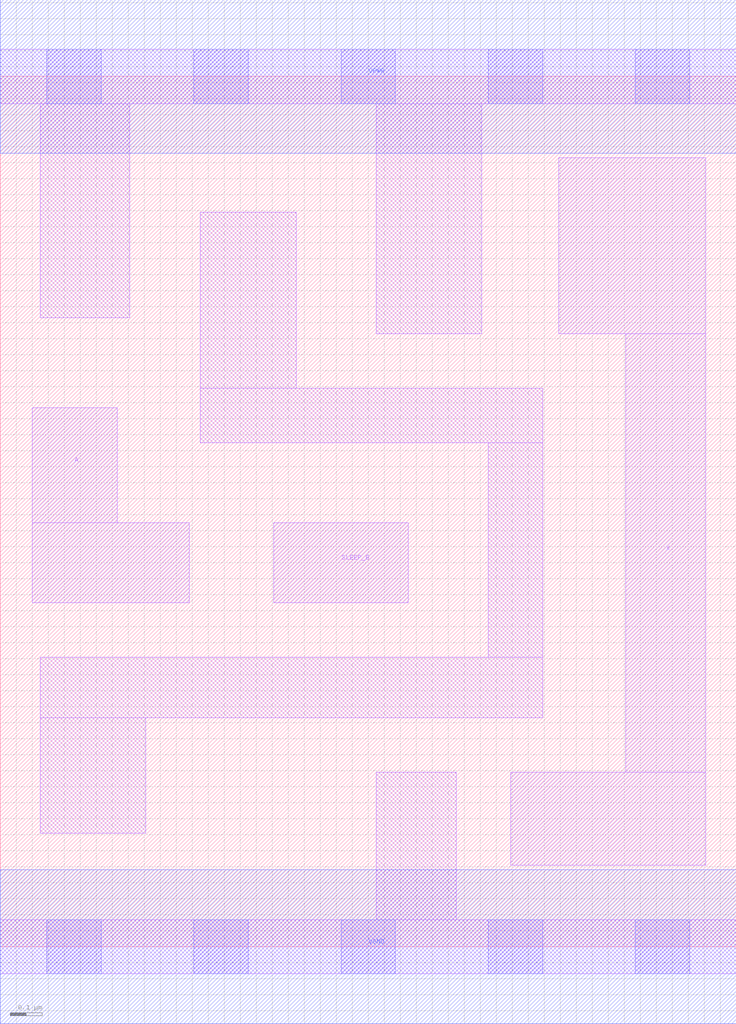
<source format=lef>
# Copyright 2020 The SkyWater PDK Authors
#
# Licensed under the Apache License, Version 2.0 (the "License");
# you may not use this file except in compliance with the License.
# You may obtain a copy of the License at
#
#     https://www.apache.org/licenses/LICENSE-2.0
#
# Unless required by applicable law or agreed to in writing, software
# distributed under the License is distributed on an "AS IS" BASIS,
# WITHOUT WARRANTIES OR CONDITIONS OF ANY KIND, either express or implied.
# See the License for the specific language governing permissions and
# limitations under the License.
#
# SPDX-License-Identifier: Apache-2.0

VERSION 5.7 ;
  NAMESCASESENSITIVE ON ;
  NOWIREEXTENSIONATPIN ON ;
  DIVIDERCHAR "/" ;
  BUSBITCHARS "[]" ;
UNITS
  DATABASE MICRONS 200 ;
END UNITS
PROPERTYDEFINITIONS
  MACRO maskLayoutSubType STRING ;
  MACRO prCellType STRING ;
  MACRO originalViewName STRING ;
END PROPERTYDEFINITIONS
MACRO sky130_fd_sc_hdll__inputiso0n_1
  CLASS CORE ;
  FOREIGN sky130_fd_sc_hdll__inputiso0n_1 ;
  ORIGIN  0.000000  0.000000 ;
  SIZE  2.300000 BY  2.720000 ;
  SYMMETRY X Y R90 ;
  SITE unithd ;
  PIN A
    ANTENNAGATEAREA  0.138600 ;
    DIRECTION INPUT ;
    USE SIGNAL ;
    PORT
      LAYER li1 ;
        RECT 0.100000 1.075000 0.590000 1.325000 ;
        RECT 0.100000 1.325000 0.365000 1.685000 ;
    END
  END A
  PIN SLEEP_B
    ANTENNAGATEAREA  0.138600 ;
    DIRECTION INPUT ;
    USE SIGNAL ;
    PORT
      LAYER li1 ;
        RECT 0.855000 1.075000 1.275000 1.325000 ;
    END
  END SLEEP_B
  PIN X
    ANTENNADIFFAREA  0.539000 ;
    DIRECTION OUTPUT ;
    USE SIGNAL ;
    PORT
      LAYER li1 ;
        RECT 1.595000 0.255000 2.205000 0.545000 ;
        RECT 1.745000 1.915000 2.205000 2.465000 ;
        RECT 1.955000 0.545000 2.205000 1.915000 ;
    END
  END X
  PIN VGND
    DIRECTION INOUT ;
    USE GROUND ;
    PORT
      LAYER met1 ;
        RECT 0.000000 -0.240000 2.300000 0.240000 ;
    END
  END VGND
  PIN VPWR
    DIRECTION INOUT ;
    USE POWER ;
    PORT
      LAYER met1 ;
        RECT 0.000000 2.480000 2.300000 2.960000 ;
    END
  END VPWR
  OBS
    LAYER li1 ;
      RECT 0.000000 -0.085000 2.300000 0.085000 ;
      RECT 0.000000  2.635000 2.300000 2.805000 ;
      RECT 0.125000  0.355000 0.455000 0.715000 ;
      RECT 0.125000  0.715000 1.695000 0.905000 ;
      RECT 0.125000  1.965000 0.405000 2.635000 ;
      RECT 0.625000  1.575000 1.695000 1.745000 ;
      RECT 0.625000  1.745000 0.925000 2.295000 ;
      RECT 1.175000  0.085000 1.425000 0.545000 ;
      RECT 1.175000  1.915000 1.505000 2.635000 ;
      RECT 1.525000  0.905000 1.695000 1.575000 ;
    LAYER mcon ;
      RECT 0.145000 -0.085000 0.315000 0.085000 ;
      RECT 0.145000  2.635000 0.315000 2.805000 ;
      RECT 0.605000 -0.085000 0.775000 0.085000 ;
      RECT 0.605000  2.635000 0.775000 2.805000 ;
      RECT 1.065000 -0.085000 1.235000 0.085000 ;
      RECT 1.065000  2.635000 1.235000 2.805000 ;
      RECT 1.525000 -0.085000 1.695000 0.085000 ;
      RECT 1.525000  2.635000 1.695000 2.805000 ;
      RECT 1.985000 -0.085000 2.155000 0.085000 ;
      RECT 1.985000  2.635000 2.155000 2.805000 ;
  END
  PROPERTY maskLayoutSubType "abstract" ;
  PROPERTY prCellType "standard" ;
  PROPERTY originalViewName "layout" ;
END sky130_fd_sc_hdll__inputiso0n_1
END LIBRARY

</source>
